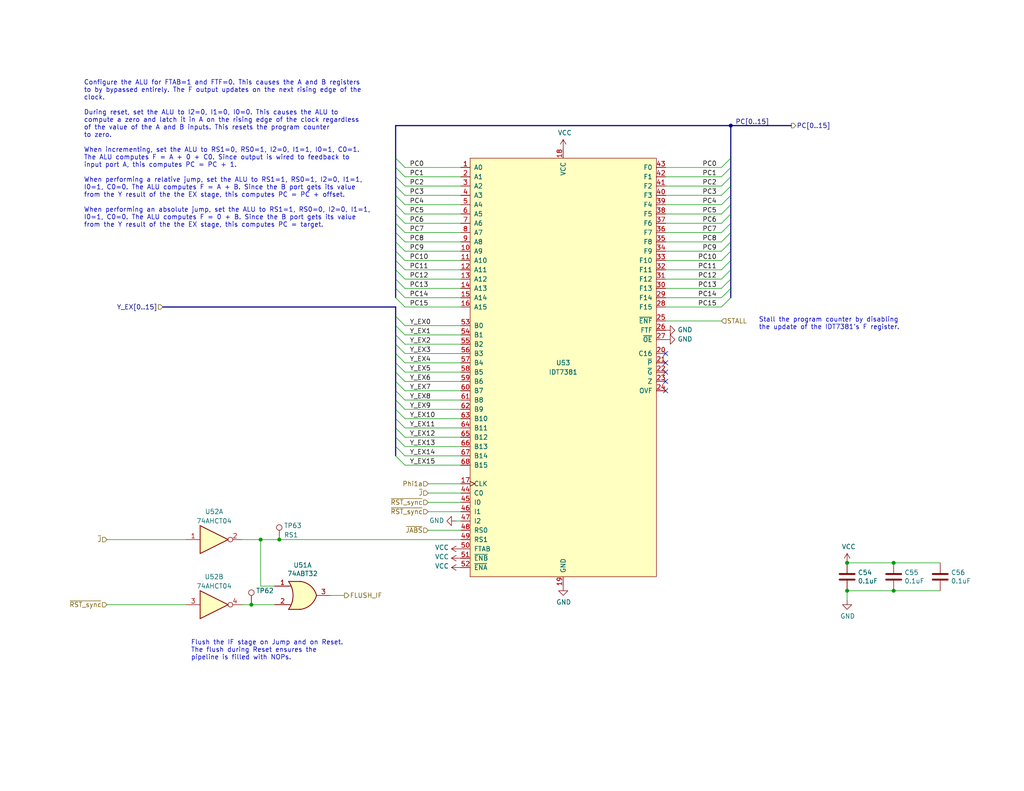
<source format=kicad_sch>
(kicad_sch (version 20250114) (generator "eeschema") (generator_version "9.0")
  (paper "USLetter")
  (title_block (title "Program Counter") (date "2023-11-25") (rev "A") (comment 3 "sixteen-bit offset, or else reset to zero.") (comment 4 "Sixteen-bit program counter will either increment on the clock, add a specified"))
  (lib_symbols
    (symbol "Connector:TestPoint" (pin_numbers (hide yes)) (pin_names (offset 0.762) (hide yes))
      (property "Reference" "TP" (at 0 6.858 0))
      (property "Value" "TestPoint" (at 0 5.08 0))
      (symbol "TestPoint_0_1"
        (circle (center 0 3.302) (radius 0.762))
      )
      (symbol "TestPoint_1_1"
        (pin passive line (at 0 0 90) (length 2.54) (name "1") (number "1"))
      )
    )
    (symbol "Device:C" (pin_numbers (hide yes)) (pin_names (offset 0.254))
      (property "Reference" "C" (at 0.635 2.54 0))
      (property "Value" "C" (at 0.635 -2.54 0))
      (symbol "C_0_1"
        (polyline (pts (xy -2.032 0.762) (xy 2.032 0.762)) (stroke (width 0.508)))
        (polyline (pts (xy -2.032 -0.762) (xy 2.032 -0.762)) (stroke (width 0.508)))
      )
      (symbol "C_1_1"
        (pin passive line (at 0 3.81 270) (length 2.794) (name "~") (number "1"))
        (pin passive line (at 0 -3.81 90) (length 2.794) (name "~") (number "2"))
      )
    )
    (symbol "Turtle16:74ABT32" (pin_names (offset 1.016))
      (property "Reference" "U" (at 0 1.27 0))
      (property "Value" "74ABT32" (at 0 -1.27 0))
      (symbol "74ABT32_1_1"
        (arc (start -3.81 3.81) (mid -2.589 0) (end -3.81 -3.81) (stroke (width 0.254)))
        (polyline (pts (xy -3.81 3.81) (xy -0.635 3.81)) (stroke (width 0.254)) (fill (type background)))
        (polyline (pts (xy -3.81 -3.81) (xy -0.635 -3.81)) (stroke (width 0.254)) (fill (type background)))
        (arc (start 3.81 0) (mid 2.1855 -2.584) (end -0.6096 -3.81) (stroke (width 0.254)) (fill (type background)))
        (arc (start -0.6096 3.81) (mid 2.1928 2.5924) (end 3.81 0) (stroke (width 0.254)) (fill (type background)))
        (polyline (pts (xy -0.635 3.81) (xy -3.81 3.81) (xy -3.81 3.81) (xy -3.556 3.4036) (xy -3.0226 2.2606) (xy -2.6924 1.0414) (xy -2.6162 -0.254) (xy -2.7686 -1.4986) (xy -3.175 -2.7178) (xy -3.81 -3.81) (xy -3.81 -3.81) (xy -0.635 -3.81)) (stroke (width -25.4)) (fill (type background)))
        (pin input line (at -7.62 2.54 0) (length 4.318) (name "~") (number "1"))
        (pin input line (at -7.62 -2.54 0) (length 4.318) (name "~") (number "2"))
        (pin output line (at 7.62 0 180) (length 3.81) (name "~") (number "3"))
      )
      (symbol "74ABT32_1_2"
        (arc (start 0 3.81) (mid 3.7934 0) (end 0 -3.81) (stroke (width 0.254)) (fill (type background)))
        (polyline (pts (xy 0 3.81) (xy -3.81 3.81) (xy -3.81 -3.81) (xy 0 -3.81)) (stroke (width 0.254)) (fill (type background)))
        (pin input inverted (at -7.62 2.54 0) (length 3.81) (name "~") (number "1"))
        (pin input inverted (at -7.62 -2.54 0) (length 3.81) (name "~") (number "2"))
        (pin output inverted (at 7.62 0 180) (length 3.81) (name "~") (number "3"))
      )
      (symbol "74ABT32_2_1"
        (arc (start -3.81 3.81) (mid -2.589 0) (end -3.81 -3.81) (stroke (width 0.254)))
        (polyline (pts (xy -3.81 3.81) (xy -0.635 3.81)) (stroke (width 0.254)) (fill (type background)))
        (polyline (pts (xy -3.81 -3.81) (xy -0.635 -3.81)) (stroke (width 0.254)) (fill (type background)))
        (arc (start 3.81 0) (mid 2.1855 -2.584) (end -0.6096 -3.81) (stroke (width 0.254)) (fill (type background)))
        (arc (start -0.6096 3.81) (mid 2.1928 2.5924) (end 3.81 0) (stroke (width 0.254)) (fill (type background)))
        (polyline (pts (xy -0.635 3.81) (xy -3.81 3.81) (xy -3.81 3.81) (xy -3.556 3.4036) (xy -3.0226 2.2606) (xy -2.6924 1.0414) (xy -2.6162 -0.254) (xy -2.7686 -1.4986) (xy -3.175 -2.7178) (xy -3.81 -3.81) (xy -3.81 -3.81) (xy -0.635 -3.81)) (stroke (width -25.4)) (fill (type background)))
        (pin input line (at -7.62 2.54 0) (length 4.318) (name "~") (number "4"))
        (pin input line (at -7.62 -2.54 0) (length 4.318) (name "~") (number "5"))
        (pin output line (at 7.62 0 180) (length 3.81) (name "~") (number "6"))
      )
      (symbol "74ABT32_2_2"
        (arc (start 0 3.81) (mid 3.7934 0) (end 0 -3.81) (stroke (width 0.254)) (fill (type background)))
        (polyline (pts (xy 0 3.81) (xy -3.81 3.81) (xy -3.81 -3.81) (xy 0 -3.81)) (stroke (width 0.254)) (fill (type background)))
        (pin input inverted (at -7.62 2.54 0) (length 3.81) (name "~") (number "4"))
        (pin input inverted (at -7.62 -2.54 0) (length 3.81) (name "~") (number "5"))
        (pin output inverted (at 7.62 0 180) (length 3.81) (name "~") (number "6"))
      )
      (symbol "74ABT32_3_1"
        (arc (start -3.81 3.81) (mid -2.589 0) (end -3.81 -3.81) (stroke (width 0.254)))
        (polyline (pts (xy -3.81 3.81) (xy -0.635 3.81)) (stroke (width 0.254)) (fill (type background)))
        (polyline (pts (xy -3.81 -3.81) (xy -0.635 -3.81)) (stroke (width 0.254)) (fill (type background)))
        (arc (start 3.81 0) (mid 2.1855 -2.584) (end -0.6096 -3.81) (stroke (width 0.254)) (fill (type background)))
        (arc (start -0.6096 3.81) (mid 2.1928 2.5924) (end 3.81 0) (stroke (width 0.254)) (fill (type background)))
        (polyline (pts (xy -0.635 3.81) (xy -3.81 3.81) (xy -3.81 3.81) (xy -3.556 3.4036) (xy -3.0226 2.2606) (xy -2.6924 1.0414) (xy -2.6162 -0.254) (xy -2.7686 -1.4986) (xy -3.175 -2.7178) (xy -3.81 -3.81) (xy -3.81 -3.81) (xy -0.635 -3.81)) (stroke (width -25.4)) (fill (type background)))
        (pin input line (at -7.62 2.54 0) (length 4.318) (name "~") (number "9"))
        (pin input line (at -7.62 -2.54 0) (length 4.318) (name "~") (number "10"))
        (pin output line (at 7.62 0 180) (length 3.81) (name "~") (number "8"))
      )
      (symbol "74ABT32_3_2"
        (arc (start 0 3.81) (mid 3.7934 0) (end 0 -3.81) (stroke (width 0.254)) (fill (type background)))
        (polyline (pts (xy 0 3.81) (xy -3.81 3.81) (xy -3.81 -3.81) (xy 0 -3.81)) (stroke (width 0.254)) (fill (type background)))
        (pin input inverted (at -7.62 2.54 0) (length 3.81) (name "~") (number "9"))
        (pin input inverted (at -7.62 -2.54 0) (length 3.81) (name "~") (number "10"))
        (pin output inverted (at 7.62 0 180) (length 3.81) (name "~") (number "8"))
      )
      (symbol "74ABT32_4_1"
        (arc (start -3.81 3.81) (mid -2.589 0) (end -3.81 -3.81) (stroke (width 0.254)))
        (polyline (pts (xy -3.81 3.81) (xy -0.635 3.81)) (stroke (width 0.254)) (fill (type background)))
        (polyline (pts (xy -3.81 -3.81) (xy -0.635 -3.81)) (stroke (width 0.254)) (fill (type background)))
        (arc (start 3.81 0) (mid 2.1855 -2.584) (end -0.6096 -3.81) (stroke (width 0.254)) (fill (type background)))
        (arc (start -0.6096 3.81) (mid 2.1928 2.5924) (end 3.81 0) (stroke (width 0.254)) (fill (type background)))
        (polyline (pts (xy -0.635 3.81) (xy -3.81 3.81) (xy -3.81 3.81) (xy -3.556 3.4036) (xy -3.0226 2.2606) (xy -2.6924 1.0414) (xy -2.6162 -0.254) (xy -2.7686 -1.4986) (xy -3.175 -2.7178) (xy -3.81 -3.81) (xy -3.81 -3.81) (xy -0.635 -3.81)) (stroke (width -25.4)) (fill (type background)))
        (pin input line (at -7.62 2.54 0) (length 4.318) (name "~") (number "12"))
        (pin input line (at -7.62 -2.54 0) (length 4.318) (name "~") (number "13"))
        (pin output line (at 7.62 0 180) (length 3.81) (name "~") (number "11"))
      )
      (symbol "74ABT32_4_2"
        (arc (start 0 3.81) (mid 3.7934 0) (end 0 -3.81) (stroke (width 0.254)) (fill (type background)))
        (polyline (pts (xy 0 3.81) (xy -3.81 3.81) (xy -3.81 -3.81) (xy 0 -3.81)) (stroke (width 0.254)) (fill (type background)))
        (pin input inverted (at -7.62 2.54 0) (length 3.81) (name "~") (number "12"))
        (pin input inverted (at -7.62 -2.54 0) (length 3.81) (name "~") (number "13"))
        (pin output inverted (at 7.62 0 180) (length 3.81) (name "~") (number "11"))
      )
      (symbol "74ABT32_5_0"
        (pin power_in line (at 0 12.7 270) (length 5.08) (name "VCC") (number "14"))
        (pin power_in line (at 0 -12.7 90) (length 5.08) (name "GND") (number "7"))
      )
      (symbol "74ABT32_5_1"
        (rectangle (start -5.08 7.62) (end 5.08 -7.62) (stroke (width 0.254)) (fill (type background)))
      )
    )
    (symbol "Turtle16:74AHCT04"
      (property "Reference" "U" (at 0 1.27 0))
      (property "Value" "74AHCT04" (at 0 -1.27 0))
      (symbol "74AHCT04_1_0"
        (polyline (pts (xy -3.81 3.81) (xy -3.81 -3.81) (xy 3.81 0) (xy -3.81 3.81)) (stroke (width 0.254)) (fill (type background)))
        (pin input line (at -7.62 0 0) (length 3.81) (name "~") (number "1"))
        (pin output inverted (at 7.62 0 180) (length 3.81) (name "~") (number "2"))
      )
      (symbol "74AHCT04_2_0"
        (polyline (pts (xy -3.81 3.81) (xy -3.81 -3.81) (xy 3.81 0) (xy -3.81 3.81)) (stroke (width 0.254)) (fill (type background)))
        (pin input line (at -7.62 0 0) (length 3.81) (name "~") (number "3"))
        (pin output inverted (at 7.62 0 180) (length 3.81) (name "~") (number "4"))
      )
      (symbol "74AHCT04_3_0"
        (polyline (pts (xy -3.81 3.81) (xy -3.81 -3.81) (xy 3.81 0) (xy -3.81 3.81)) (stroke (width 0.254)) (fill (type background)))
        (pin input line (at -7.62 0 0) (length 3.81) (name "~") (number "5"))
        (pin output inverted (at 7.62 0 180) (length 3.81) (name "~") (number "6"))
      )
      (symbol "74AHCT04_4_0"
        (polyline (pts (xy -3.81 3.81) (xy -3.81 -3.81) (xy 3.81 0) (xy -3.81 3.81)) (stroke (width 0.254)) (fill (type background)))
        (pin input line (at -7.62 0 0) (length 3.81) (name "~") (number "9"))
        (pin output inverted (at 7.62 0 180) (length 3.81) (name "~") (number "8"))
      )
      (symbol "74AHCT04_5_0"
        (polyline (pts (xy -3.81 3.81) (xy -3.81 -3.81) (xy 3.81 0) (xy -3.81 3.81)) (stroke (width 0.254)) (fill (type background)))
        (pin input line (at -7.62 0 0) (length 3.81) (name "~") (number "11"))
        (pin output inverted (at 7.62 0 180) (length 3.81) (name "~") (number "10"))
      )
      (symbol "74AHCT04_6_0"
        (polyline (pts (xy -3.81 3.81) (xy -3.81 -3.81) (xy 3.81 0) (xy -3.81 3.81)) (stroke (width 0.254)) (fill (type background)))
        (pin input line (at -7.62 0 0) (length 3.81) (name "~") (number "13"))
        (pin output inverted (at 7.62 0 180) (length 3.81) (name "~") (number "12"))
      )
      (symbol "74AHCT04_7_0"
        (pin power_in line (at 0 12.7 270) (length 5.08) (name "VCC") (number "14"))
        (pin power_in line (at 0 -12.7 90) (length 5.08) (name "GND") (number "7"))
      )
      (symbol "74AHCT04_7_1"
        (rectangle (start -5.08 7.62) (end 5.08 -7.62) (stroke (width 0.254)) (fill (type background)))
      )
    )
    (symbol "Turtle16:IDT7381" (pin_names (offset 1.016))
      (symbol "IDT7381_0_1"
        (rectangle (start -25.4 57.15) (end 25.4 -57.15) (fill (type background)))
      )
      (symbol "IDT7381_1_1"
        (pin input line (at -27.94 54.61 0) (length 2.54) (name "A0") (number "1"))
        (pin input line (at -27.94 52.07 0) (length 2.54) (name "A1") (number "2"))
        (pin input line (at -27.94 49.53 0) (length 2.54) (name "A2") (number "3"))
        (pin input line (at -27.94 46.99 0) (length 2.54) (name "A3") (number "4"))
        (pin input line (at -27.94 44.45 0) (length 2.54) (name "A4") (number "5"))
        (pin input line (at -27.94 41.91 0) (length 2.54) (name "A5") (number "6"))
        (pin input line (at -27.94 39.37 0) (length 2.54) (name "A6") (number "7"))
        (pin input line (at -27.94 36.83 0) (length 2.54) (name "A7") (number "8"))
        (pin input line (at -27.94 34.29 0) (length 2.54) (name "A8") (number "9"))
        (pin input line (at -27.94 31.75 0) (length 2.54) (name "A9") (number "10"))
        (pin input line (at -27.94 29.21 0) (length 2.54) (name "A10") (number "11"))
        (pin input line (at -27.94 26.67 0) (length 2.54) (name "A11") (number "12"))
        (pin input line (at -27.94 24.13 0) (length 2.54) (name "A12") (number "13"))
        (pin input line (at -27.94 21.59 0) (length 2.54) (name "A13") (number "14"))
        (pin input line (at -27.94 19.05 0) (length 2.54) (name "A14") (number "15"))
        (pin input line (at -27.94 16.51 0) (length 2.54) (name "A15") (number "16"))
        (pin input line (at -27.94 11.43 0) (length 2.54) (name "B0") (number "53"))
        (pin input line (at -27.94 8.89 0) (length 2.54) (name "B1") (number "54"))
        (pin input line (at -27.94 6.35 0) (length 2.54) (name "B2") (number "55"))
        (pin input line (at -27.94 3.81 0) (length 2.54) (name "B3") (number "56"))
        (pin input line (at -27.94 1.27 0) (length 2.54) (name "B4") (number "57"))
        (pin input line (at -27.94 -1.27 0) (length 2.54) (name "B5") (number "58"))
        (pin input line (at -27.94 -3.81 0) (length 2.54) (name "B6") (number "59"))
        (pin input line (at -27.94 -6.35 0) (length 2.54) (name "B7") (number "60"))
        (pin input line (at -27.94 -8.89 0) (length 2.54) (name "B8") (number "61"))
        (pin input line (at -27.94 -11.43 0) (length 2.54) (name "B9") (number "62"))
        (pin input line (at -27.94 -13.97 0) (length 2.54) (name "B10") (number "63"))
        (pin input line (at -27.94 -16.51 0) (length 2.54) (name "B11") (number "64"))
        (pin input line (at -27.94 -19.05 0) (length 2.54) (name "B12") (number "65"))
        (pin input line (at -27.94 -21.59 0) (length 2.54) (name "B13") (number "66"))
        (pin input line (at -27.94 -24.13 0) (length 2.54) (name "B14") (number "67"))
        (pin input line (at -27.94 -26.67 0) (length 2.54) (name "B15") (number "68"))
        (pin input clock (at -27.94 -31.75 0) (length 2.54) (name "CLK") (number "17"))
        (pin input line (at -27.94 -34.29 0) (length 2.54) (name "C0") (number "44"))
        (pin input line (at -27.94 -36.83 0) (length 2.54) (name "I0") (number "45"))
        (pin input line (at -27.94 -39.37 0) (length 2.54) (name "I1") (number "46"))
        (pin input line (at -27.94 -41.91 0) (length 2.54) (name "I2") (number "47"))
        (pin input line (at -27.94 -44.45 0) (length 2.54) (name "RS0") (number "48"))
        (pin input line (at -27.94 -46.99 0) (length 2.54) (name "RS1") (number "49"))
        (pin input line (at -27.94 -49.53 0) (length 2.54) (name "FTAB") (number "50"))
        (pin input line (at -27.94 -52.07 0) (length 2.54) (name "~{ENB}") (number "51"))
        (pin input line (at -27.94 -54.61 0) (length 2.54) (name "~{ENA}") (number "52"))
        (pin power_in line (at 0 59.69 270) (length 2.54) (name "VCC") (number "18"))
        (pin power_in line (at 0 -59.69 90) (length 2.54) (name "GND") (number "19"))
        (pin tri_state line (at 27.94 54.61 180) (length 2.54) (name "F0") (number "43"))
        (pin tri_state line (at 27.94 52.07 180) (length 2.54) (name "F1") (number "42"))
        (pin tri_state line (at 27.94 49.53 180) (length 2.54) (name "F2") (number "41"))
        (pin tri_state line (at 27.94 46.99 180) (length 2.54) (name "F3") (number "40"))
        (pin tri_state line (at 27.94 44.45 180) (length 2.54) (name "F4") (number "39"))
        (pin tri_state line (at 27.94 41.91 180) (length 2.54) (name "F5") (number "38"))
        (pin tri_state line (at 27.94 39.37 180) (length 2.54) (name "F6") (number "37"))
        (pin tri_state line (at 27.94 36.83 180) (length 2.54) (name "F7") (number "36"))
        (pin tri_state line (at 27.94 34.29 180) (length 2.54) (name "F8") (number "35"))
        (pin tri_state line (at 27.94 31.75 180) (length 2.54) (name "F9") (number "34"))
        (pin tri_state line (at 27.94 29.21 180) (length 2.54) (name "F10") (number "33"))
        (pin tri_state line (at 27.94 26.67 180) (length 2.54) (name "F11") (number "32"))
        (pin tri_state line (at 27.94 24.13 180) (length 2.54) (name "F12") (number "31"))
        (pin tri_state line (at 27.94 21.59 180) (length 2.54) (name "F13") (number "30"))
        (pin tri_state line (at 27.94 19.05 180) (length 2.54) (name "F14") (number "29"))
        (pin tri_state line (at 27.94 16.51 180) (length 2.54) (name "F15") (number "28"))
        (pin input line (at 27.94 12.7 180) (length 2.54) (name "~{ENF}") (number "25"))
        (pin input line (at 27.94 10.16 180) (length 2.54) (name "FTF") (number "26"))
        (pin input line (at 27.94 7.62 180) (length 2.54) (name "~{OE}") (number "27"))
        (pin output line (at 27.94 3.81 180) (length 2.54) (name "C16") (number "20"))
        (pin output line (at 27.94 1.27 180) (length 2.54) (name "~{P}") (number "21"))
        (pin output line (at 27.94 -1.27 180) (length 2.54) (name "~{G}") (number "22"))
        (pin output line (at 27.94 -3.81 180) (length 2.54) (name "Z") (number "23"))
        (pin output line (at 27.94 -6.35 180) (length 2.54) (name "OVF") (number "24"))
      )
    )
    (symbol "power:GND" (power) (pin_names (offset 0))
      (property "Value" "GND" (at 0 -3.81 0))
      (symbol "GND_0_1"
        (polyline (pts (xy 0 0) (xy 0 -1.27) (xy 1.27 -1.27) (xy 0 -2.54) (xy -1.27 -1.27) (xy 0 -1.27)))
      )
      (symbol "GND_1_1"
        (pin power_in line (at 0 0 270) (length 0) (hide yes) (name "GND") (number "1"))
      )
    )
    (symbol "power:VCC" (power) (pin_names (offset 0))
      (property "Value" "VCC" (at 0 3.81 0))
      (symbol "VCC_0_1"
        (polyline (pts (xy -0.762 1.27) (xy 0 2.54)))
        (polyline (pts (xy 0 2.54) (xy 0.762 1.27)))
        (polyline (pts (xy 0 0) (xy 0 2.54)))
      )
      (symbol "VCC_1_1"
        (pin power_in line (at 0 0 90) (length 0) (hide yes) (name "VCC") (number "1"))
      )
    )
  )
  (text "Stall the program counter by disabling\nthe update of the IDT7381’s F register." (at 207.01 90.17 0) (effects (font (size 1.27 1.27)) (justify left bottom)))
  (text "Flush the IF stage on Jump and on Reset.\nThe flush during Reset ensures the\npipeline is filled with NOPs." (at 52.07 180.34 0) (effects (font (size 1.27 1.27)) (justify left bottom)))
  (text "Configure the ALU for FTAB=1 and FTF=0. This causes the A and B registers\nto by bypassed entirely. The F output updates on the next rising edge of the\nclock.\n\nDuring reset, set the ALU to I2=0, I1=0, I0=0. This causes the ALU to\ncompute a zero and latch it in A on the rising edge of the clock regardless\nof the value of the A and B inputs. This resets the program counter\nto zero.\n\nWhen incrementing, set the ALU to RS1=0, RS0=1, I2=0, I1=1, I0=1, C0=1.\nThe ALU computes F = A + 0 + C0. Since output is wired to feedback to\ninput port A, this computes PC = PC + 1.\n\nWhen performing a relative jump, set the ALU to RS1=1, RS0=1, I2=0, I1=1,\nI0=1, C0=0. The ALU computes F = A + B. Since the B port gets its value\nfrom the Y result of the the EX stage, this computes PC = PC + offset.\n\nWhen performing an absolute jump, set the ALU to RS1=1, RS0=0, I2=0, I1=1,\nI0=1, C0=0. The ALU computes F = 0 + B. Since the B port gets its value\nfrom the Y result of the the EX stage, this computes PC = target." (at 22.86 62.23 0) (effects (font (size 1.27 1.27)) (justify left bottom)))
  (junction (at -53.34 147.32))
  (junction (at -29.21 157.48))
  (junction (at 231.14 161.29))
  (junction (at -53.34 152.4))
  (junction (at -53.34 133.35))
  (junction (at -53.34 162.56))
  (junction (at -53.34 167.64))
  (junction (at -29.21 143.51))
  (junction (at 243.84 161.29))
  (junction (at -29.21 129.54))
  (junction (at 199.39 34.29))
  (junction (at 231.14 153.67))
  (junction (at -29.21 171.45))
  (junction (at 71.12 147.32))
  (junction (at 76.2 147.32))
  (junction (at 243.84 153.67))
  (junction (at 68.58 165.1))
  (junction (at -53.34 138.43))
  (no_connect (at -13.97 129.54))
  (no_connect (at 181.61 104.14))
  (no_connect (at -13.97 143.51))
  (no_connect (at 181.61 101.6))
  (no_connect (at -35.56 165.1))
  (no_connect (at 181.61 106.68))
  (no_connect (at -35.56 135.89))
  (no_connect (at -13.97 157.48))
  (no_connect (at -35.56 149.86))
  (no_connect (at 181.61 96.52))
  (no_connect (at 181.61 99.06))
  (no_connect (at -13.97 171.45))
  (bus_entry (at 110.49 53.34) (size -2.54 -2.54))
  (bus_entry (at 110.49 91.44) (size -2.54 -2.54))
  (bus_entry (at 110.49 48.26) (size -2.54 -2.54))
  (bus_entry (at 110.49 76.2) (size -2.54 -2.54))
  (bus_entry (at 110.49 63.5) (size -2.54 -2.54))
  (bus_entry (at 110.49 73.66) (size -2.54 -2.54))
  (bus_entry (at 196.85 48.26) (size 2.54 -2.54))
  (bus_entry (at 110.49 99.06) (size -2.54 -2.54))
  (bus_entry (at 196.85 55.88) (size 2.54 -2.54))
  (bus_entry (at 196.85 73.66) (size 2.54 -2.54))
  (bus_entry (at 110.49 66.04) (size -2.54 -2.54))
  (bus_entry (at 110.49 96.52) (size -2.54 -2.54))
  (bus_entry (at 196.85 76.2) (size 2.54 -2.54))
  (bus_entry (at 110.49 55.88) (size -2.54 -2.54))
  (bus_entry (at 110.49 60.96) (size -2.54 -2.54))
  (bus_entry (at 196.85 71.12) (size 2.54 -2.54))
  (bus_entry (at 110.49 101.6) (size -2.54 -2.54))
  (bus_entry (at 110.49 119.38) (size -2.54 -2.54))
  (bus_entry (at 110.49 71.12) (size -2.54 -2.54))
  (bus_entry (at 110.49 114.3) (size -2.54 -2.54))
  (bus_entry (at 110.49 88.9) (size -2.54 -2.54))
  (bus_entry (at 196.85 81.28) (size 2.54 -2.54))
  (bus_entry (at 196.85 66.04) (size 2.54 -2.54))
  (bus_entry (at 196.85 68.58) (size 2.54 -2.54))
  (bus_entry (at 110.49 81.28) (size -2.54 -2.54))
  (bus_entry (at 110.49 127) (size -2.54 -2.54))
  (bus_entry (at 196.85 83.82) (size 2.54 -2.54))
  (bus_entry (at 110.49 45.72) (size -2.54 -2.54))
  (bus_entry (at 196.85 63.5) (size 2.54 -2.54))
  (bus_entry (at 110.49 83.82) (size -2.54 -2.54))
  (bus_entry (at 110.49 121.92) (size -2.54 -2.54))
  (bus_entry (at 110.49 78.74) (size -2.54 -2.54))
  (bus_entry (at 110.49 109.22) (size -2.54 -2.54))
  (bus_entry (at 196.85 50.8) (size 2.54 -2.54))
  (bus_entry (at 196.85 45.72) (size 2.54 -2.54))
  (bus_entry (at 110.49 111.76) (size -2.54 -2.54))
  (bus_entry (at 110.49 50.8) (size -2.54 -2.54))
  (bus_entry (at 110.49 124.46) (size -2.54 -2.54))
  (bus_entry (at 110.49 93.98) (size -2.54 -2.54))
  (bus_entry (at 196.85 53.34) (size 2.54 -2.54))
  (bus_entry (at 110.49 58.42) (size -2.54 -2.54))
  (bus_entry (at 196.85 60.96) (size 2.54 -2.54))
  (bus_entry (at 110.49 106.68) (size -2.54 -2.54))
  (bus_entry (at 110.49 68.58) (size -2.54 -2.54))
  (bus_entry (at 196.85 58.42) (size 2.54 -2.54))
  (bus_entry (at 196.85 78.74) (size 2.54 -2.54))
  (bus_entry (at 110.49 116.84) (size -2.54 -2.54))
  (bus_entry (at 110.49 104.14) (size -2.54 -2.54))
  (wire (pts (xy -53.34 118.11) (xy -53.34 133.35)))
  (wire (pts (xy 256.54 161.29) (xy 243.84 161.29)))
  (wire (pts (xy 68.58 165.1) (xy 74.93 165.1)))
  (wire (pts (xy 71.12 160.02) (xy 71.12 147.32)))
  (wire (pts (xy 110.49 58.42) (xy 125.73 58.42)))
  (bus (pts (xy 107.95 63.5) (xy 107.95 66.04)))
  (bus (pts (xy 107.95 119.38) (xy 107.95 121.92)))
  (bus (pts (xy 199.39 58.42) (xy 199.39 60.96)))
  (wire (pts (xy 110.49 106.68) (xy 125.73 106.68)))
  (wire (pts (xy 110.49 78.74) (xy 125.73 78.74)))
  (wire (pts (xy 110.49 114.3) (xy 125.73 114.3)))
  (wire (pts (xy 196.85 78.74) (xy 181.61 78.74)))
  (bus (pts (xy 107.95 104.14) (xy 107.95 106.68)))
  (bus (pts (xy 199.39 50.8) (xy 199.39 53.34)))
  (wire (pts (xy 66.04 147.32) (xy 71.12 147.32)))
  (wire (pts (xy -50.8 133.35) (xy -53.34 133.35)))
  (wire (pts (xy -50.8 138.43) (xy -53.34 138.43)))
  (bus (pts (xy 107.95 116.84) (xy 107.95 119.38)))
  (wire (pts (xy 196.85 73.66) (xy 181.61 73.66)))
  (wire (pts (xy 110.49 93.98) (xy 125.73 93.98)))
  (bus (pts (xy 199.39 34.29) (xy 199.39 43.18)))
  (bus (pts (xy 107.95 109.22) (xy 107.95 111.76)))
  (wire (pts (xy 110.49 91.44) (xy 125.73 91.44)))
  (wire (pts (xy 116.84 139.7) (xy 125.73 139.7)))
  (wire (pts (xy 196.85 83.82) (xy 181.61 83.82)))
  (wire (pts (xy -29.21 199.39) (xy -29.21 200.66)))
  (wire (pts (xy 196.85 76.2) (xy 181.61 76.2)))
  (bus (pts (xy 107.95 99.06) (xy 107.95 101.6)))
  (bus (pts (xy 107.95 43.18) (xy 107.95 45.72)))
  (wire (pts (xy -53.34 162.56) (xy -53.34 167.64)))
  (bus (pts (xy 107.95 83.82) (xy 44.45 83.82)))
  (wire (pts (xy -53.34 138.43) (xy -53.34 147.32)))
  (bus (pts (xy 107.95 73.66) (xy 107.95 76.2)))
  (bus (pts (xy 107.95 121.92) (xy 107.95 124.46)))
  (bus (pts (xy 107.95 88.9) (xy 107.95 91.44)))
  (bus (pts (xy 199.39 68.58) (xy 199.39 71.12)))
  (bus (pts (xy 199.39 73.66) (xy 199.39 76.2)))
  (wire (pts (xy 110.49 109.22) (xy 125.73 109.22)))
  (wire (pts (xy 110.49 88.9) (xy 125.73 88.9)))
  (wire (pts (xy -29.21 143.51) (xy -29.21 157.48)))
  (bus (pts (xy 107.95 93.98) (xy 107.95 96.52)))
  (bus (pts (xy 107.95 86.36) (xy 107.95 88.9)))
  (wire (pts (xy 71.12 147.32) (xy 76.2 147.32)))
  (wire (pts (xy 29.21 165.1) (xy 50.8 165.1)))
  (bus (pts (xy 107.95 58.42) (xy 107.95 60.96)))
  (wire (pts (xy 110.49 73.66) (xy 125.73 73.66)))
  (bus (pts (xy 107.95 55.88) (xy 107.95 58.42)))
  (bus (pts (xy 199.39 53.34) (xy 199.39 55.88)))
  (wire (pts (xy 196.85 53.34) (xy 181.61 53.34)))
  (bus (pts (xy 107.95 96.52) (xy 107.95 99.06)))
  (wire (pts (xy 110.49 83.82) (xy 125.73 83.82)))
  (bus (pts (xy 199.39 43.18) (xy 199.39 45.72)))
  (wire (pts (xy 231.14 163.83) (xy 231.14 161.29)))
  (bus (pts (xy 199.39 66.04) (xy 199.39 68.58)))
  (wire (pts (xy 196.85 45.72) (xy 181.61 45.72)))
  (wire (pts (xy 196.85 48.26) (xy 181.61 48.26)))
  (bus (pts (xy 199.39 60.96) (xy 199.39 63.5)))
  (bus (pts (xy 107.95 83.82) (xy 107.95 86.36)))
  (wire (pts (xy 196.85 63.5) (xy 181.61 63.5)))
  (wire (pts (xy -50.8 162.56) (xy -53.34 162.56)))
  (wire (pts (xy 110.49 45.72) (xy 125.73 45.72)))
  (bus (pts (xy 107.95 106.68) (xy 107.95 109.22)))
  (bus (pts (xy 107.95 111.76) (xy 107.95 114.3)))
  (bus (pts (xy 107.95 76.2) (xy 107.95 78.74)))
  (bus (pts (xy 107.95 91.44) (xy 107.95 93.98)))
  (bus (pts (xy 107.95 78.74) (xy 107.95 81.28)))
  (wire (pts (xy 110.49 50.8) (xy 125.73 50.8)))
  (bus (pts (xy 199.39 71.12) (xy 199.39 73.66)))
  (wire (pts (xy -50.8 152.4) (xy -53.34 152.4)))
  (wire (pts (xy 116.84 144.78) (xy 125.73 144.78)))
  (bus (pts (xy 107.95 34.29) (xy 107.95 43.18)))
  (wire (pts (xy 116.84 137.16) (xy 125.73 137.16)))
  (wire (pts (xy 110.49 53.34) (xy 125.73 53.34)))
  (wire (pts (xy 110.49 99.06) (xy 125.73 99.06)))
  (bus (pts (xy 199.39 48.26) (xy 199.39 50.8)))
  (wire (pts (xy 231.14 153.67) (xy 243.84 153.67)))
  (wire (pts (xy 110.49 104.14) (xy 125.73 104.14)))
  (bus (pts (xy 107.95 34.29) (xy 199.39 34.29)))
  (bus (pts (xy 199.39 55.88) (xy 199.39 58.42)))
  (wire (pts (xy 110.49 60.96) (xy 125.73 60.96)))
  (bus (pts (xy 107.95 48.26) (xy 107.95 50.8)))
  (bus (pts (xy 107.95 101.6) (xy 107.95 104.14)))
  (wire (pts (xy 110.49 116.84) (xy 125.73 116.84)))
  (wire (pts (xy -50.8 147.32) (xy -53.34 147.32)))
  (bus (pts (xy 107.95 66.04) (xy 107.95 68.58)))
  (wire (pts (xy -29.21 129.54) (xy -29.21 143.51)))
  (wire (pts (xy 110.49 96.52) (xy 125.73 96.52)))
  (wire (pts (xy -53.34 152.4) (xy -53.34 162.56)))
  (bus (pts (xy 107.95 45.72) (xy 107.95 48.26)))
  (bus (pts (xy 107.95 71.12) (xy 107.95 73.66)))
  (wire (pts (xy 110.49 71.12) (xy 125.73 71.12)))
  (wire (pts (xy 110.49 124.46) (xy 125.73 124.46)))
  (wire (pts (xy 66.04 165.1) (xy 68.58 165.1)))
  (bus (pts (xy 199.39 63.5) (xy 199.39 66.04)))
  (wire (pts (xy 196.85 60.96) (xy 181.61 60.96)))
  (wire (pts (xy 110.49 81.28) (xy 125.73 81.28)))
  (bus (pts (xy 199.39 76.2) (xy 199.39 78.74)))
  (wire (pts (xy 243.84 161.29) (xy 231.14 161.29)))
  (wire (pts (xy 196.85 68.58) (xy 181.61 68.58)))
  (bus (pts (xy 199.39 45.72) (xy 199.39 48.26)))
  (bus (pts (xy 107.95 60.96) (xy 107.95 63.5)))
  (bus (pts (xy 199.39 78.74) (xy 199.39 81.28)))
  (wire (pts (xy 110.49 121.92) (xy 125.73 121.92)))
  (wire (pts (xy 110.49 111.76) (xy 125.73 111.76)))
  (wire (pts (xy 196.85 81.28) (xy 181.61 81.28)))
  (bus (pts (xy 107.95 114.3) (xy 107.95 116.84)))
  (wire (pts (xy -29.21 157.48) (xy -29.21 171.45)))
  (wire (pts (xy 110.49 66.04) (xy 125.73 66.04)))
  (wire (pts (xy 93.98 162.56) (xy 90.17 162.56)))
  (wire (pts (xy 243.84 153.67) (xy 256.54 153.67)))
  (wire (pts (xy 196.85 50.8) (xy 181.61 50.8)))
  (wire (pts (xy 110.49 48.26) (xy 125.73 48.26)))
  (wire (pts (xy 110.49 76.2) (xy 125.73 76.2)))
  (wire (pts (xy 110.49 68.58) (xy 125.73 68.58)))
  (wire (pts (xy 181.61 87.63) (xy 196.85 87.63)))
  (wire (pts (xy -29.21 171.45) (xy -29.21 173.99)))
  (bus (pts (xy 107.95 68.58) (xy 107.95 71.12)))
  (wire (pts (xy -53.34 167.64) (xy -53.34 173.99)))
  (wire (pts (xy 110.49 119.38) (xy 125.73 119.38)))
  (bus (pts (xy 107.95 53.34) (xy 107.95 55.88)))
  (wire (pts (xy -53.34 147.32) (xy -53.34 152.4)))
  (bus (pts (xy 107.95 50.8) (xy 107.95 53.34)))
  (wire (pts (xy 196.85 71.12) (xy 181.61 71.12)))
  (wire (pts (xy 116.84 134.62) (xy 125.73 134.62)))
  (wire (pts (xy -29.21 118.11) (xy -29.21 129.54)))
  (wire (pts (xy 29.21 147.32) (xy 50.8 147.32)))
  (wire (pts (xy 110.49 101.6) (xy 125.73 101.6)))
  (wire (pts (xy 196.85 55.88) (xy 181.61 55.88)))
  (wire (pts (xy 76.2 147.32) (xy 125.73 147.32)))
  (bus (pts (xy 215.9 34.29) (xy 199.39 34.29)))
  (wire (pts (xy 125.73 142.24) (xy 124.46 142.24)))
  (wire (pts (xy 74.93 160.02) (xy 71.12 160.02)))
  (wire (pts (xy 116.84 132.08) (xy 125.73 132.08)))
  (wire (pts (xy -53.34 133.35) (xy -53.34 138.43)))
  (wire (pts (xy 110.49 127) (xy 125.73 127)))
  (wire (pts (xy -50.8 167.64) (xy -53.34 167.64)))
  (wire (pts (xy 110.49 55.88) (xy 125.73 55.88)))
  (wire (pts (xy 196.85 66.04) (xy 181.61 66.04)))
  (wire (pts (xy 110.49 63.5) (xy 125.73 63.5)))
  (wire (pts (xy 196.85 58.42) (xy 181.61 58.42)))
  (label "PC8" (at 111.76 66.04 0))
  (label "PC11" (at 111.76 73.66 0))
  (label "Y_EX9" (at 111.76 111.76 0))
  (label "PC3" (at 111.76 53.34 0))
  (label "Y_EX1" (at 111.76 91.44 0))
  (label "PC13" (at 111.76 78.74 0))
  (label "PC4" (at 111.76 55.88 0))
  (label "PC2" (at 195.58 50.8 180))
  (label "Y_EX6" (at 111.76 104.14 0))
  (label "Y_EX14" (at 111.76 124.46 0))
  (label "Y_EX13" (at 111.76 121.92 0))
  (label "PC9" (at 195.58 68.58 180))
  (label "Y_EX0" (at 111.76 88.9 0))
  (label "PC15" (at 195.58 83.82 180))
  (label "PC15" (at 111.76 83.82 0))
  (label "PC0" (at 111.76 45.72 0))
  (label "Y_EX3" (at 111.76 96.52 0))
  (label "PC5" (at 195.58 58.42 180))
  (label "PC11" (at 195.58 73.66 180))
  (label "Y_EX11" (at 111.76 116.84 0))
  (label "PC10" (at 195.58 71.12 180))
  (label "Y_EX7" (at 111.76 106.68 0))
  (label "Y_EX5" (at 111.76 101.6 0))
  (label "PC14" (at 111.76 81.28 0))
  (label "Y_EX2" (at 111.76 93.98 0))
  (label "PC12" (at 195.58 76.2 180))
  (label "PC10" (at 111.76 71.12 0))
  (label "PC8" (at 195.58 66.04 180))
  (label "PC6" (at 111.76 60.96 0))
  (label "PC6" (at 195.58 60.96 180))
  (label "PC2" (at 111.76 50.8 0))
  (label "PC9" (at 111.76 68.58 0))
  (label "PC4" (at 195.58 55.88 180))
  (label "Y_EX4" (at 111.76 99.06 0))
  (label "PC13" (at 195.58 78.74 180))
  (label "PC0" (at 195.58 45.72 180))
  (label "PC1" (at 195.58 48.26 180))
  (label "PC14" (at 195.58 81.28 180))
  (label "Y_EX12" (at 111.76 119.38 0))
  (label "Y_EX15" (at 111.76 127 0))
  (label "Y_EX10" (at 111.76 114.3 0))
  (label "PC7" (at 195.58 63.5 180))
  (label "PC3" (at 195.58 53.34 180))
  (label "PC5" (at 111.76 58.42 0))
  (label "PC[0..15]" (at 200.66 34.29 0))
  (label "PC7" (at 111.76 63.5 0))
  (label "Y_EX8" (at 111.76 109.22 0))
  (label "PC12" (at 111.76 76.2 0))
  (label "PC1" (at 111.76 48.26 0))
  (hierarchical_label "STALL" (shape input) (at 196.85 87.63 0))
  (hierarchical_label "~{JABS}" (shape input) (at 116.84 144.78 180))
  (hierarchical_label "PC[0..15]" (shape output) (at 215.9 34.29 0))
  (hierarchical_label "Phi1a" (shape input) (at 116.84 132.08 180))
  (hierarchical_label "~{RST_sync}" (shape input) (at 116.84 139.7 180))
  (hierarchical_label "Y_EX[0..15]" (shape input) (at 44.45 83.82 180))
  (hierarchical_label "~{J}" (shape input) (at 29.21 147.32 180))
  (hierarchical_label "~{J}" (shape input) (at 116.84 134.62 180))
  (hierarchical_label "~{RST_sync}" (shape input) (at 29.21 165.1 180))
  (hierarchical_label "~{RST_sync}" (shape input) (at 116.84 137.16 180))
  (hierarchical_label "FLUSH_IF" (shape output) (at 93.98 162.56 0))
  (symbol (lib_id "Device:C") (at 231.14 157.48 0) (unit 1)
    (property "Reference" "C54" (at 234.061 156.3116 0) (effects (justify left)))
    (property "Value" "0.1uF" (at 234.061 158.623 0) (effects (justify left)))
    (property "Footprint" "Capacitor_SMD:C_0603_1608Metric" (effects (hide yes)))
    (property "Datasheet" "https://www.mouser.com/datasheet/2/396/taiyo_yuden_12132018_mlcc11_hq_e-1510082.pdf" (effects (hide yes)))
    (property "Manufacturer" "Taiyo Yuden" (effects (hide yes)))
    (property "Manufacturer#" "EMK107B7104KAHT" (effects (hide yes)))
    (property "Mouser#" "963-EMK107B7104KAHT" (effects (hide yes)))
    (property "Digikey#" "587-6004-1-ND" (effects (hide yes)))
  )
  (symbol (lib_id "Device:C") (at 243.84 157.48 0) (unit 1)
    (property "Reference" "C55" (at 246.761 156.3116 0) (effects (justify left)))
    (property "Value" "0.1uF" (at 246.761 158.623 0) (effects (justify left)))
    (property "Footprint" "Capacitor_SMD:C_0603_1608Metric" (effects (hide yes)))
    (property "Datasheet" "https://www.mouser.com/datasheet/2/396/taiyo_yuden_12132018_mlcc11_hq_e-1510082.pdf" (effects (hide yes)))
    (property "Manufacturer" "Taiyo Yuden" (effects (hide yes)))
    (property "Manufacturer#" "EMK107B7104KAHT" (effects (hide yes)))
    (property "Mouser#" "963-EMK107B7104KAHT" (effects (hide yes)))
    (property "Digikey#" "587-6004-1-ND" (effects (hide yes)))
  )
  (symbol (lib_id "power:VCC") (at 231.14 153.67 0) (unit 1)
    (property "Reference" "#PWR0348" (effects (hide yes)))
    (property "Value" "VCC" (at 231.5718 149.2758 0))
  )
  (symbol (lib_id "power:GND") (at 231.14 163.83 0) (unit 1)
    (property "Reference" "#PWR0349" (effects (hide yes)))
    (property "Value" "GND" (at 231.267 168.2242 0))
  )
  (symbol (lib_id "Turtle16:IDT7381") (at 153.67 100.33 0) (unit 1)
    (property "Reference" "U53" (at 153.67 99.06 0))
    (property "Value" "IDT7381" (at 153.67 101.6 0))
    (property "Footprint" "Package_LCC:PLCC-68_SMD-Socket" (effects (hide yes)))
    (property "Datasheet" "https://www.mouser.com/datasheet/2/1/62074255ead63bd7ee299038194cccf20f500ef4-2950939.pdf" (effects (hide yes)))
    (property "Manufacturer" "3M" (effects (hide yes)))
    (property "Manufacturer#" "8468-21B1-RK-TP" (effects (hide yes)))
    (property "Mouser#" "517-8468-21B1-RK-TP" (effects (hide yes)))
    (property "Digikey#" "3M6821B1-ND" (effects (hide yes)))
  )
  (symbol (lib_id "power:VCC") (at 153.67 40.64 0) (unit 1)
    (property "Reference" "#PWR0344" (effects (hide yes)))
    (property "Value" "VCC" (at 154.1018 36.2458 0))
  )
  (symbol (lib_id "power:GND") (at 153.67 160.02 0) (unit 1)
    (property "Reference" "#PWR0345" (effects (hide yes)))
    (property "Value" "GND" (at 153.797 164.4142 0))
  )
  (symbol (lib_id "power:GND") (at 181.61 92.71 90) (unit 1)
    (property "Reference" "#PWR0347" (effects (hide yes)))
    (property "Value" "GND" (at 184.8612 92.583 90) (effects (justify right)))
  )
  (symbol (lib_id "power:VCC") (at 125.73 149.86 90) (unit 1)
    (property "Reference" "#PWR0341" (effects (hide yes)))
    (property "Value" "VCC" (at 122.5042 149.479 90) (effects (justify left)))
  )
  (symbol (lib_id "power:VCC") (at 125.73 152.4 90) (unit 1)
    (property "Reference" "#PWR0342" (effects (hide yes)))
    (property "Value" "VCC" (at 122.5042 152.019 90) (effects (justify left)))
  )
  (symbol (lib_id "power:VCC") (at 125.73 154.94 90) (unit 1)
    (property "Reference" "#PWR0343" (effects (hide yes)))
    (property "Value" "VCC" (at 122.5042 154.559 90) (effects (justify left)))
  )
  (symbol (lib_id "power:GND") (at 181.61 90.17 90) (unit 1)
    (property "Reference" "#PWR0346" (effects (hide yes)))
    (property "Value" "GND" (at 184.8612 90.043 90) (effects (justify right)))
  )
  (symbol (lib_id "Turtle16:74AHCT04") (at -29.21 186.69 0) (unit 7)
    (property "Reference" "U52" (at -29.21 185.42 0))
    (property "Value" "74AHCT04" (at -29.21 187.96 0))
    (property "Footprint" "Package_SO:TSSOP-14_4.4x5mm_P0.65mm" (effects (hide yes)))
    (property "Datasheet" "https://assets.nexperia.com/documents/data-sheet/74AHC_AHCT04.pdf" (effects (hide yes)))
    (property "Manufacturer" "Nexperia" (effects (hide yes)))
    (property "Manufacturer#" "74AHCT04APWJ" (effects (hide yes)))
    (property "Mouser#" "771-74AHCT04APWJ" (effects (hide yes)))
    (property "Digikey#" "1727-74AHCT04APWJCT-ND" (effects (hide yes)))
  )
  (symbol (lib_id "power:VCC") (at -29.21 118.11 0) (unit 1)
    (property "Reference" "#PWR0338" (effects (hide yes)))
    (property "Value" "VCC" (at -28.7782 113.7158 0))
  )
  (symbol (lib_id "power:GND") (at -29.21 200.66 0) (mirror y) (unit 1)
    (property "Reference" "#PWR0339" (effects (hide yes)))
    (property "Value" "GND" (at -29.337 205.0542 0))
  )
  (symbol (lib_id "Turtle16:74AHCT04") (at 58.42 165.1 0) (unit 2)
    (property "Reference" "U52" (at 58.42 157.48 0))
    (property "Value" "74AHCT04" (at 58.42 160.02 0))
    (property "Footprint" "Package_SO:TSSOP-14_4.4x5mm_P0.65mm" (effects (hide yes)))
    (property "Datasheet" "https://assets.nexperia.com/documents/data-sheet/74AHC_AHCT04.pdf" (effects (hide yes)))
    (property "Manufacturer" "Nexperia" (effects (hide yes)))
    (property "Manufacturer#" "74AHCT04APWJ" (effects (hide yes)))
    (property "Mouser#" "771-74AHCT04APWJ" (effects (hide yes)))
    (property "Digikey#" "1727-74AHCT04APWJCT-ND" (effects (hide yes)))
  )
  (symbol (lib_id "Turtle16:74AHCT04") (at -21.59 129.54 0) (unit 3)
    (property "Reference" "U52" (at -21.59 121.92 0))
    (property "Value" "74AHCT04" (at -21.59 124.46 0))
    (property "Footprint" "Package_SO:TSSOP-14_4.4x5mm_P0.65mm" (effects (hide yes)))
    (property "Datasheet" "https://assets.nexperia.com/documents/data-sheet/74AHC_AHCT04.pdf" (effects (hide yes)))
    (property "Manufacturer" "Nexperia" (effects (hide yes)))
    (property "Manufacturer#" "74AHCT04APWJ" (effects (hide yes)))
    (property "Mouser#" "771-74AHCT04APWJ" (effects (hide yes)))
    (property "Digikey#" "1727-74AHCT04APWJCT-ND" (effects (hide yes)))
  )
  (symbol (lib_id "Turtle16:74AHCT04") (at -21.59 143.51 0) (unit 4)
    (property "Reference" "U52" (at -21.59 135.89 0))
    (property "Value" "74AHCT04" (at -21.59 138.43 0))
    (property "Footprint" "Package_SO:TSSOP-14_4.4x5mm_P0.65mm" (effects (hide yes)))
    (property "Datasheet" "https://assets.nexperia.com/documents/data-sheet/74AHC_AHCT04.pdf" (effects (hide yes)))
    (property "Manufacturer" "Nexperia" (effects (hide yes)))
    (property "Manufacturer#" "74AHCT04APWJ" (effects (hide yes)))
    (property "Mouser#" "771-74AHCT04APWJ" (effects (hide yes)))
    (property "Digikey#" "1727-74AHCT04APWJCT-ND" (effects (hide yes)))
  )
  (symbol (lib_id "Turtle16:74AHCT04") (at -21.59 157.48 0) (unit 5)
    (property "Reference" "U52" (at -21.59 149.86 0))
    (property "Value" "74AHCT04" (at -21.59 152.4 0))
    (property "Footprint" "Package_SO:TSSOP-14_4.4x5mm_P0.65mm" (effects (hide yes)))
    (property "Datasheet" "https://assets.nexperia.com/documents/data-sheet/74AHC_AHCT04.pdf" (effects (hide yes)))
    (property "Manufacturer" "Nexperia" (effects (hide yes)))
    (property "Manufacturer#" "74AHCT04APWJ" (effects (hide yes)))
    (property "Mouser#" "771-74AHCT04APWJ" (effects (hide yes)))
    (property "Digikey#" "1727-74AHCT04APWJCT-ND" (effects (hide yes)))
  )
  (symbol (lib_id "Turtle16:74AHCT04") (at 58.42 147.32 0) (unit 1)
    (property "Reference" "U52" (at 58.42 139.7 0))
    (property "Value" "74AHCT04" (at 58.42 142.24 0))
    (property "Footprint" "Package_SO:TSSOP-14_4.4x5mm_P0.65mm" (effects (hide yes)))
    (property "Datasheet" "https://assets.nexperia.com/documents/data-sheet/74AHC_AHCT04.pdf" (effects (hide yes)))
    (property "Manufacturer" "Nexperia" (effects (hide yes)))
    (property "Manufacturer#" "74AHCT04APWJ" (effects (hide yes)))
    (property "Mouser#" "771-74AHCT04APWJ" (effects (hide yes)))
    (property "Digikey#" "1727-74AHCT04APWJCT-ND" (effects (hide yes)))
  )
  (symbol (lib_id "Turtle16:74AHCT04") (at -21.59 171.45 0) (unit 6)
    (property "Reference" "U52" (at -21.59 163.83 0))
    (property "Value" "74AHCT04" (at -21.59 166.37 0))
    (property "Footprint" "Package_SO:TSSOP-14_4.4x5mm_P0.65mm" (effects (hide yes)))
    (property "Datasheet" "https://assets.nexperia.com/documents/data-sheet/74AHC_AHCT04.pdf" (effects (hide yes)))
    (property "Manufacturer" "Nexperia" (effects (hide yes)))
    (property "Manufacturer#" "74AHCT04APWJ" (effects (hide yes)))
    (property "Mouser#" "771-74AHCT04APWJ" (effects (hide yes)))
    (property "Digikey#" "1727-74AHCT04APWJCT-ND" (effects (hide yes)))
  )
  (symbol (lib_id "power:GND") (at 124.46 142.24 270) (mirror x) (unit 1)
    (property "Reference" "#PWR0340" (effects (hide yes)))
    (property "Value" "GND" (at 121.2088 142.113 90) (effects (justify right)))
  )
  (symbol (lib_id "power:VCC") (at -53.34 118.11 0) (unit 1)
    (property "Reference" "#PWR0336" (effects (hide yes)))
    (property "Value" "VCC" (at -52.9082 113.7158 0))
  )
  (symbol (lib_id "power:GND") (at -53.34 199.39 0) (unit 1)
    (property "Reference" "#PWR0337" (effects (hide yes)))
    (property "Value" "GND" (at -53.213 203.7842 0))
  )
  (symbol (lib_id "Turtle16:74ABT32") (at -43.18 149.86 0) (unit 3)
    (property "Reference" "U51" (at -43.18 141.605 0))
    (property "Value" "74ABT32" (at -43.18 143.9164 0))
    (property "Footprint" "Package_SO:TSSOP-14_4.4x5mm_P0.65mm" (effects (hide yes)))
    (property "Datasheet" "https://www.mouser.com/datasheet/2/916/74ABT32-2937354.pdf" (effects (hide yes)))
    (property "Manufacturer" "Nexperia" (effects (hide yes)))
    (property "Manufacturer#" "74ABT32PW,118" (effects (hide yes)))
    (property "Mouser#" "771-ABT32PW118" (effects (hide yes)))
    (property "Digikey#" "1727-6509-1-ND" (effects (hide yes)))
  )
  (symbol (lib_id "Turtle16:74ABT32") (at -43.18 165.1 0) (unit 4)
    (property "Reference" "U51" (at -43.18 156.845 0))
    (property "Value" "74ABT32" (at -43.18 159.1564 0))
    (property "Footprint" "Package_SO:TSSOP-14_4.4x5mm_P0.65mm" (effects (hide yes)))
    (property "Datasheet" "https://www.mouser.com/datasheet/2/916/74ABT32-2937354.pdf" (effects (hide yes)))
    (property "Manufacturer" "Nexperia" (effects (hide yes)))
    (property "Manufacturer#" "74ABT32PW,118" (effects (hide yes)))
    (property "Mouser#" "771-ABT32PW118" (effects (hide yes)))
    (property "Digikey#" "1727-6509-1-ND" (effects (hide yes)))
  )
  (symbol (lib_id "Turtle16:74ABT32") (at -53.34 186.69 0) (unit 5)
    (property "Reference" "U51" (at -47.498 185.5216 0) (effects (justify left)))
    (property "Value" "74ABT32" (at -47.498 187.833 0) (effects (justify left)))
    (property "Footprint" "Package_SO:TSSOP-14_4.4x5mm_P0.65mm" (effects (hide yes)))
    (property "Datasheet" "https://www.mouser.com/datasheet/2/916/74ABT32-2937354.pdf" (effects (hide yes)))
    (property "Manufacturer" "Nexperia" (effects (hide yes)))
    (property "Manufacturer#" "74ABT32PW,118" (effects (hide yes)))
    (property "Mouser#" "771-ABT32PW118" (effects (hide yes)))
    (property "Digikey#" "1727-6509-1-ND" (effects (hide yes)))
  )
  (symbol (lib_id "Turtle16:74ABT32") (at -43.18 135.89 0) (unit 2)
    (property "Reference" "U51" (at -43.18 127.635 0))
    (property "Value" "74ABT32" (at -43.18 129.9464 0))
    (property "Footprint" "Package_SO:TSSOP-14_4.4x5mm_P0.65mm" (effects (hide yes)))
    (property "Datasheet" "https://www.mouser.com/datasheet/2/916/74ABT32-2937354.pdf" (effects (hide yes)))
    (property "Manufacturer" "Nexperia" (effects (hide yes)))
    (property "Manufacturer#" "74ABT32PW,118" (effects (hide yes)))
    (property "Mouser#" "771-ABT32PW118" (effects (hide yes)))
    (property "Digikey#" "1727-6509-1-ND" (effects (hide yes)))
  )
  (symbol (lib_id "Turtle16:74ABT32") (at 82.55 162.56 0) (unit 1)
    (property "Reference" "U51" (at 82.55 154.305 0))
    (property "Value" "74ABT32" (at 82.55 156.6164 0))
    (property "Footprint" "Package_SO:TSSOP-14_4.4x5mm_P0.65mm" (effects (hide yes)))
    (property "Datasheet" "https://www.mouser.com/datasheet/2/916/74ABT32-2937354.pdf" (effects (hide yes)))
    (property "Manufacturer" "Nexperia" (effects (hide yes)))
    (property "Manufacturer#" "74ABT32PW,118" (effects (hide yes)))
    (property "Mouser#" "771-ABT32PW118" (effects (hide yes)))
    (property "Digikey#" "1727-6509-1-ND" (effects (hide yes)))
  )
  (symbol (lib_id "Device:C") (at 256.54 157.48 0) (unit 1)
    (property "Reference" "C56" (at 259.461 156.3116 0) (effects (justify left)))
    (property "Value" "0.1uF" (at 259.461 158.623 0) (effects (justify left)))
    (property "Footprint" "Capacitor_SMD:C_0603_1608Metric" (effects (hide yes)))
    (property "Datasheet" "https://www.mouser.com/datasheet/2/396/taiyo_yuden_12132018_mlcc11_hq_e-1510082.pdf" (effects (hide yes)))
    (property "Manufacturer" "Taiyo Yuden" (effects (hide yes)))
    (property "Manufacturer#" "EMK107B7104KAHT" (effects (hide yes)))
    (property "Mouser#" "963-EMK107B7104KAHT" (effects (hide yes)))
    (property "Digikey#" "587-6004-1-ND" (effects (hide yes)))
  )
  (symbol (lib_id "Connector:TestPoint") (at 76.2 147.32 0) (unit 1) (in_bom no)
    (property "Reference" "TP63" (at 77.47 143.51 0) (effects (justify left)))
    (property "Value" "RS1" (at 77.47 146.05 0) (effects (justify left)))
    (property "Footprint" "TestPoint:TestPoint_Pad_D1.0mm" (effects (hide yes)))
  )
  (symbol (lib_id "Connector:TestPoint") (at 68.58 165.1 0) (unit 1) (in_bom no)
    (property "Reference" "TP62" (at 69.85 161.29 0) (effects (justify left)))
    (property "Value" "TP" (effects (hide yes)))
    (property "Footprint" "TestPoint:TestPoint_Pad_D1.0mm" (effects (hide yes)))
  )
)
</source>
